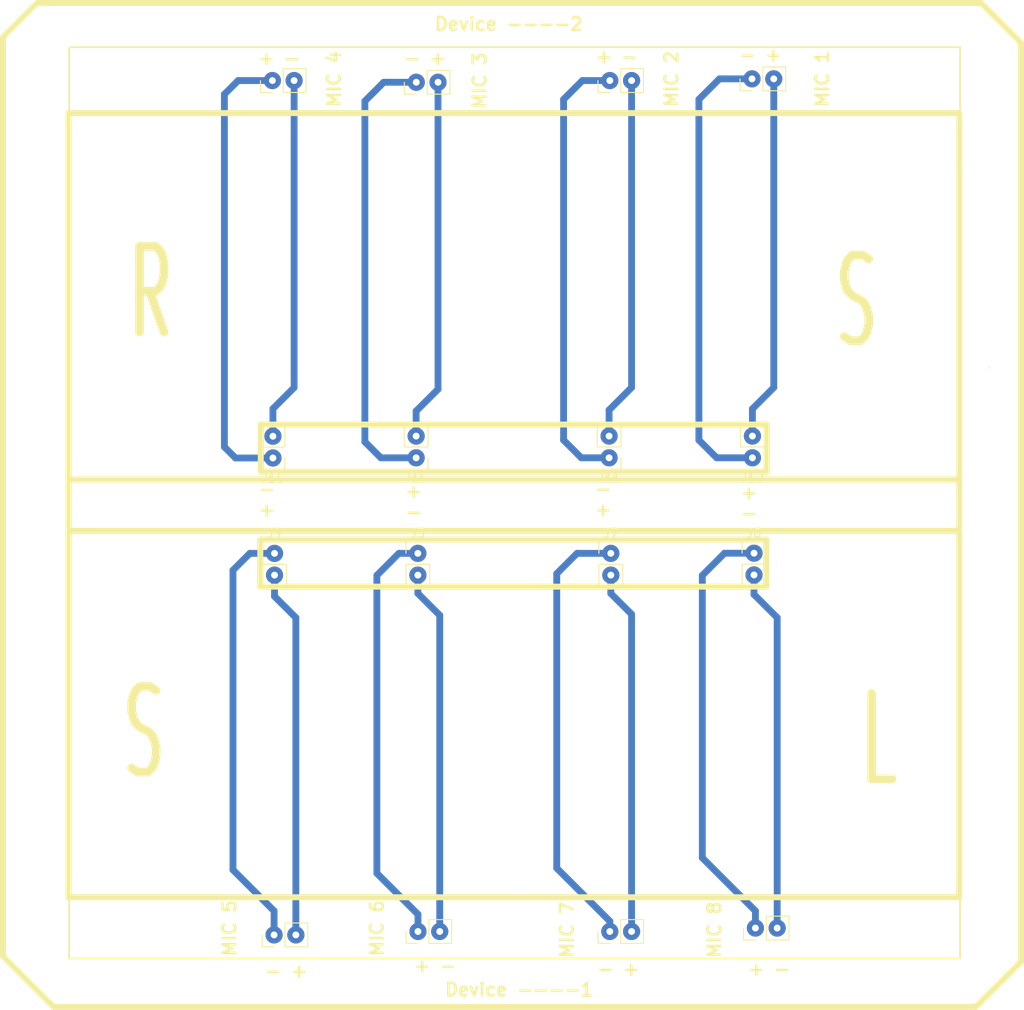
<source format=kicad_pcb>
(kicad_pcb (version 4) (host pcbnew 4.0.6)

  (general
    (links 16)
    (no_connects 0)
    (area 97.998799 35.189679 217.570801 153.156401)
    (thickness 1.6)
    (drawings 74)
    (tracks 64)
    (zones 0)
    (modules 16)
    (nets 17)
  )

  (page A4)
  (layers
    (0 F.Cu signal)
    (31 B.Cu signal)
    (32 B.Adhes user)
    (33 F.Adhes user)
    (34 B.Paste user)
    (35 F.Paste user)
    (36 B.SilkS user)
    (37 F.SilkS user)
    (38 B.Mask user)
    (39 F.Mask user)
    (40 Dwgs.User user)
    (41 Cmts.User user)
    (42 Eco1.User user)
    (43 Eco2.User user)
    (44 Edge.Cuts user)
    (45 Margin user)
    (46 B.CrtYd user)
    (47 F.CrtYd user)
    (48 B.Fab user)
    (49 F.Fab user)
  )

  (setup
    (last_trace_width 0.8)
    (user_trace_width 0.8)
    (user_trace_width 0.9)
    (trace_clearance 0.2)
    (zone_clearance 0.508)
    (zone_45_only no)
    (trace_min 0.2)
    (segment_width 0.7)
    (edge_width 0.15)
    (via_size 0.6)
    (via_drill 0.4)
    (via_min_size 0.4)
    (via_min_drill 0.3)
    (uvia_size 0.3)
    (uvia_drill 0.1)
    (uvias_allowed no)
    (uvia_min_size 0.2)
    (uvia_min_drill 0.1)
    (pcb_text_width 0.3)
    (pcb_text_size 1.5 1.5)
    (mod_edge_width 0.15)
    (mod_text_size 1 1)
    (mod_text_width 0.15)
    (pad_size 2 2)
    (pad_drill 0.8)
    (pad_to_mask_clearance 0.2)
    (aux_axis_origin 0 0)
    (visible_elements 7FFFFFFF)
    (pcbplotparams
      (layerselection 0x00030_80000001)
      (usegerberextensions false)
      (excludeedgelayer true)
      (linewidth 0.100000)
      (plotframeref false)
      (viasonmask false)
      (mode 1)
      (useauxorigin false)
      (hpglpennumber 1)
      (hpglpenspeed 20)
      (hpglpendiameter 15)
      (hpglpenoverlay 2)
      (psnegative false)
      (psa4output false)
      (plotreference true)
      (plotvalue true)
      (plotinvisibletext false)
      (padsonsilk false)
      (subtractmaskfromsilk false)
      (outputformat 1)
      (mirror false)
      (drillshape 1)
      (scaleselection 1)
      (outputdirectory ""))
  )

  (net 0 "")
  (net 1 "Net-(J2-Pad1)")
  (net 2 "Net-(J2-Pad2)")
  (net 3 "Net-(J5-Pad1)")
  (net 4 "Net-(J5-Pad2)")
  (net 5 "Net-(J6-Pad1)")
  (net 6 "Net-(J6-Pad2)")
  (net 7 "Net-(J1-Pad1)")
  (net 8 "Net-(J1-Pad2)")
  (net 9 "Net-(J11-Pad1)")
  (net 10 "Net-(J11-Pad2)")
  (net 11 "Net-(J10-Pad1)")
  (net 12 "Net-(J10-Pad2)")
  (net 13 "Net-(J13-Pad1)")
  (net 14 "Net-(J13-Pad2)")
  (net 15 "Net-(J14-Pad1)")
  (net 16 "Net-(J14-Pad2)")

  (net_class Default "This is the default net class."
    (clearance 0.2)
    (trace_width 0.25)
    (via_dia 0.6)
    (via_drill 0.4)
    (uvia_dia 0.3)
    (uvia_drill 0.1)
    (add_net "Net-(J1-Pad1)")
    (add_net "Net-(J1-Pad2)")
    (add_net "Net-(J10-Pad1)")
    (add_net "Net-(J10-Pad2)")
    (add_net "Net-(J11-Pad1)")
    (add_net "Net-(J11-Pad2)")
    (add_net "Net-(J13-Pad1)")
    (add_net "Net-(J13-Pad2)")
    (add_net "Net-(J14-Pad1)")
    (add_net "Net-(J14-Pad2)")
    (add_net "Net-(J2-Pad1)")
    (add_net "Net-(J2-Pad2)")
    (add_net "Net-(J5-Pad1)")
    (add_net "Net-(J5-Pad2)")
    (add_net "Net-(J6-Pad1)")
    (add_net "Net-(J6-Pad2)")
  )

  (module Pin_Headers:Pin_Header_Straight_1x02_Pitch2.54mm (layer F.Cu) (tedit 5D169516) (tstamp 5D1691E1)
    (at 129.8639 88.6885 180)
    (descr "Through hole straight pin header, 1x02, 2.54mm pitch, single row")
    (tags "Through hole pin header THT 1x02 2.54mm single row")
    (path /5CE4C3D5)
    (fp_text reference J16 (at 0 -2.39 180) (layer F.SilkS)
      (effects (font (size 1 1) (thickness 0.15)))
    )
    (fp_text value Mic3_chip (at 0 4.93 180) (layer F.Fab)
      (effects (font (size 1 1) (thickness 0.15)))
    )
    (fp_line (start -1.27 -1.27) (end -1.27 3.81) (layer F.Fab) (width 0.1))
    (fp_line (start -1.27 3.81) (end 1.27 3.81) (layer F.Fab) (width 0.1))
    (fp_line (start 1.27 3.81) (end 1.27 -1.27) (layer F.Fab) (width 0.1))
    (fp_line (start 1.27 -1.27) (end -1.27 -1.27) (layer F.Fab) (width 0.1))
    (fp_line (start -1.39 1.27) (end -1.39 3.93) (layer F.SilkS) (width 0.12))
    (fp_line (start -1.39 3.93) (end 1.39 3.93) (layer F.SilkS) (width 0.12))
    (fp_line (start 1.39 3.93) (end 1.39 1.27) (layer F.SilkS) (width 0.12))
    (fp_line (start 1.39 1.27) (end -1.39 1.27) (layer F.SilkS) (width 0.12))
    (fp_line (start -1.39 0) (end -1.39 -1.39) (layer F.SilkS) (width 0.12))
    (fp_line (start -1.39 -1.39) (end 0 -1.39) (layer F.SilkS) (width 0.12))
    (fp_line (start -1.6 -1.6) (end -1.6 4.1) (layer F.CrtYd) (width 0.05))
    (fp_line (start -1.6 4.1) (end 1.6 4.1) (layer F.CrtYd) (width 0.05))
    (fp_line (start 1.6 4.1) (end 1.6 -1.6) (layer F.CrtYd) (width 0.05))
    (fp_line (start 1.6 -1.6) (end -1.6 -1.6) (layer F.CrtYd) (width 0.05))
    (pad 1 thru_hole circle (at 0 0 180) (size 2 2) (drill 0.8) (layers *.Cu *.Mask)
      (net 15 "Net-(J14-Pad1)"))
    (pad 2 thru_hole circle (at 0 2.54 180) (size 2 2) (drill 0.8) (layers *.Cu *.Mask)
      (net 16 "Net-(J14-Pad2)"))
    (model Pin_Headers.3dshapes/Pin_Header_Straight_1x02_Pitch2.54mm.wrl
      (at (xyz 0 -0.05 0))
      (scale (xyz 1 1 1))
      (rotate (xyz 0 0 90))
    )
  )

  (module Pin_Headers:Pin_Header_Straight_1x02_Pitch2.54mm (layer F.Cu) (tedit 5D169482) (tstamp 5D1691CE)
    (at 146.58472 88.67072 180)
    (descr "Through hole straight pin header, 1x02, 2.54mm pitch, single row")
    (tags "Through hole pin header THT 1x02 2.54mm single row")
    (path /5CE4C1E5)
    (fp_text reference J15 (at 0 -2.39 180) (layer F.SilkS)
      (effects (font (size 1 1) (thickness 0.15)))
    )
    (fp_text value Mic4_chip (at 0 4.93 180) (layer F.Fab)
      (effects (font (size 1 1) (thickness 0.15)))
    )
    (fp_line (start -1.27 -1.27) (end -1.27 3.81) (layer F.Fab) (width 0.1))
    (fp_line (start -1.27 3.81) (end 1.27 3.81) (layer F.Fab) (width 0.1))
    (fp_line (start 1.27 3.81) (end 1.27 -1.27) (layer F.Fab) (width 0.1))
    (fp_line (start 1.27 -1.27) (end -1.27 -1.27) (layer F.Fab) (width 0.1))
    (fp_line (start -1.39 1.27) (end -1.39 3.93) (layer F.SilkS) (width 0.12))
    (fp_line (start -1.39 3.93) (end 1.39 3.93) (layer F.SilkS) (width 0.12))
    (fp_line (start 1.39 3.93) (end 1.39 1.27) (layer F.SilkS) (width 0.12))
    (fp_line (start 1.39 1.27) (end -1.39 1.27) (layer F.SilkS) (width 0.12))
    (fp_line (start -1.39 0) (end -1.39 -1.39) (layer F.SilkS) (width 0.12))
    (fp_line (start -1.39 -1.39) (end 0 -1.39) (layer F.SilkS) (width 0.12))
    (fp_line (start -1.6 -1.6) (end -1.6 4.1) (layer F.CrtYd) (width 0.05))
    (fp_line (start -1.6 4.1) (end 1.6 4.1) (layer F.CrtYd) (width 0.05))
    (fp_line (start 1.6 4.1) (end 1.6 -1.6) (layer F.CrtYd) (width 0.05))
    (fp_line (start 1.6 -1.6) (end -1.6 -1.6) (layer F.CrtYd) (width 0.05))
    (pad 1 thru_hole circle (at 0 0 180) (size 2 2) (drill 0.8) (layers *.Cu *.Mask)
      (net 13 "Net-(J13-Pad1)"))
    (pad 2 thru_hole circle (at 0 2.54 180) (size 2 2) (drill 0.8) (layers *.Cu *.Mask)
      (net 14 "Net-(J13-Pad2)"))
    (model Pin_Headers.3dshapes/Pin_Header_Straight_1x02_Pitch2.54mm.wrl
      (at (xyz 0 -0.05 0))
      (scale (xyz 1 1 1))
      (rotate (xyz 0 0 90))
    )
  )

  (module Pin_Headers:Pin_Header_Straight_1x02_Pitch2.54mm (layer F.Cu) (tedit 5D16922A) (tstamp 5D1691BB)
    (at 185.84804 88.66818 180)
    (descr "Through hole straight pin header, 1x02, 2.54mm pitch, single row")
    (tags "Through hole pin header THT 1x02 2.54mm single row")
    (path /5D16948D)
    (fp_text reference J12 (at 0 -2.39 180) (layer F.SilkS)
      (effects (font (size 1 1) (thickness 0.15)))
    )
    (fp_text value Mic1_chip (at 0 4.93 180) (layer F.Fab)
      (effects (font (size 1 1) (thickness 0.15)))
    )
    (fp_line (start -1.27 -1.27) (end -1.27 3.81) (layer F.Fab) (width 0.1))
    (fp_line (start -1.27 3.81) (end 1.27 3.81) (layer F.Fab) (width 0.1))
    (fp_line (start 1.27 3.81) (end 1.27 -1.27) (layer F.Fab) (width 0.1))
    (fp_line (start 1.27 -1.27) (end -1.27 -1.27) (layer F.Fab) (width 0.1))
    (fp_line (start -1.39 1.27) (end -1.39 3.93) (layer F.SilkS) (width 0.12))
    (fp_line (start -1.39 3.93) (end 1.39 3.93) (layer F.SilkS) (width 0.12))
    (fp_line (start 1.39 3.93) (end 1.39 1.27) (layer F.SilkS) (width 0.12))
    (fp_line (start 1.39 1.27) (end -1.39 1.27) (layer F.SilkS) (width 0.12))
    (fp_line (start -1.39 0) (end -1.39 -1.39) (layer F.SilkS) (width 0.12))
    (fp_line (start -1.39 -1.39) (end 0 -1.39) (layer F.SilkS) (width 0.12))
    (fp_line (start -1.6 -1.6) (end -1.6 4.1) (layer F.CrtYd) (width 0.05))
    (fp_line (start -1.6 4.1) (end 1.6 4.1) (layer F.CrtYd) (width 0.05))
    (fp_line (start 1.6 4.1) (end 1.6 -1.6) (layer F.CrtYd) (width 0.05))
    (fp_line (start 1.6 -1.6) (end -1.6 -1.6) (layer F.CrtYd) (width 0.05))
    (pad 1 thru_hole circle (at 0 0 180) (size 2 2) (drill 0.8) (layers *.Cu *.Mask)
      (net 11 "Net-(J10-Pad1)"))
    (pad 2 thru_hole circle (at 0 2.54 180) (size 2 2) (drill 0.8) (layers *.Cu *.Mask)
      (net 12 "Net-(J10-Pad2)"))
    (model Pin_Headers.3dshapes/Pin_Header_Straight_1x02_Pitch2.54mm.wrl
      (at (xyz 0 -0.05 0))
      (scale (xyz 1 1 1))
      (rotate (xyz 0 0 90))
    )
  )

  (module Pin_Headers:Pin_Header_Straight_1x02_Pitch2.54mm (layer F.Cu) (tedit 5D169341) (tstamp 5D1691A8)
    (at 169.11452 88.66818 180)
    (descr "Through hole straight pin header, 1x02, 2.54mm pitch, single row")
    (tags "Through hole pin header THT 1x02 2.54mm single row")
    (path /5CE4BFBF)
    (fp_text reference J11 (at 0 -2.39 180) (layer F.SilkS)
      (effects (font (size 1 1) (thickness 0.15)))
    )
    (fp_text value Mic2_chip (at 0 4.93 180) (layer F.Fab)
      (effects (font (size 1 1) (thickness 0.15)))
    )
    (fp_line (start -1.27 -1.27) (end -1.27 3.81) (layer F.Fab) (width 0.1))
    (fp_line (start -1.27 3.81) (end 1.27 3.81) (layer F.Fab) (width 0.1))
    (fp_line (start 1.27 3.81) (end 1.27 -1.27) (layer F.Fab) (width 0.1))
    (fp_line (start 1.27 -1.27) (end -1.27 -1.27) (layer F.Fab) (width 0.1))
    (fp_line (start -1.39 1.27) (end -1.39 3.93) (layer F.SilkS) (width 0.12))
    (fp_line (start -1.39 3.93) (end 1.39 3.93) (layer F.SilkS) (width 0.12))
    (fp_line (start 1.39 3.93) (end 1.39 1.27) (layer F.SilkS) (width 0.12))
    (fp_line (start 1.39 1.27) (end -1.39 1.27) (layer F.SilkS) (width 0.12))
    (fp_line (start -1.39 0) (end -1.39 -1.39) (layer F.SilkS) (width 0.12))
    (fp_line (start -1.39 -1.39) (end 0 -1.39) (layer F.SilkS) (width 0.12))
    (fp_line (start -1.6 -1.6) (end -1.6 4.1) (layer F.CrtYd) (width 0.05))
    (fp_line (start -1.6 4.1) (end 1.6 4.1) (layer F.CrtYd) (width 0.05))
    (fp_line (start 1.6 4.1) (end 1.6 -1.6) (layer F.CrtYd) (width 0.05))
    (fp_line (start 1.6 -1.6) (end -1.6 -1.6) (layer F.CrtYd) (width 0.05))
    (pad 1 thru_hole circle (at 0 0 180) (size 2 2) (drill 0.8) (layers *.Cu *.Mask)
      (net 9 "Net-(J11-Pad1)"))
    (pad 2 thru_hole circle (at 0 2.54 180) (size 2 2) (drill 0.8) (layers *.Cu *.Mask)
      (net 10 "Net-(J11-Pad2)"))
    (model Pin_Headers.3dshapes/Pin_Header_Straight_1x02_Pitch2.54mm.wrl
      (at (xyz 0 -0.05 0))
      (scale (xyz 1 1 1))
      (rotate (xyz 0 0 90))
    )
  )

  (module Pin_Headers:Pin_Header_Straight_1x02_Pitch2.54mm (layer F.Cu) (tedit 5D16A0B5) (tstamp 5D169195)
    (at 129.8 44.6 90)
    (descr "Through hole straight pin header, 1x02, 2.54mm pitch, single row")
    (tags "Through hole pin header THT 1x02 2.54mm single row")
    (path /5CE4C3CF)
    (fp_text reference J14 (at 0 -2.39 90) (layer F.SilkS) hide
      (effects (font (size 1 1) (thickness 0.15)))
    )
    (fp_text value Mic3 (at 0 4.93 90) (layer F.Fab) hide
      (effects (font (size 1 1) (thickness 0.15)))
    )
    (fp_line (start -1.27 -1.27) (end -1.27 3.81) (layer F.Fab) (width 0.1))
    (fp_line (start -1.27 3.81) (end 1.27 3.81) (layer F.Fab) (width 0.1))
    (fp_line (start 1.27 3.81) (end 1.27 -1.27) (layer F.Fab) (width 0.1))
    (fp_line (start 1.27 -1.27) (end -1.27 -1.27) (layer F.Fab) (width 0.1))
    (fp_line (start -1.39 1.27) (end -1.39 3.93) (layer F.SilkS) (width 0.12))
    (fp_line (start -1.39 3.93) (end 1.39 3.93) (layer F.SilkS) (width 0.12))
    (fp_line (start 1.39 3.93) (end 1.39 1.27) (layer F.SilkS) (width 0.12))
    (fp_line (start 1.39 1.27) (end -1.39 1.27) (layer F.SilkS) (width 0.12))
    (fp_line (start -1.39 0) (end -1.39 -1.39) (layer F.SilkS) (width 0.12))
    (fp_line (start -1.39 -1.39) (end 0 -1.39) (layer F.SilkS) (width 0.12))
    (fp_line (start -1.6 -1.6) (end -1.6 4.1) (layer F.CrtYd) (width 0.05))
    (fp_line (start -1.6 4.1) (end 1.6 4.1) (layer F.CrtYd) (width 0.05))
    (fp_line (start 1.6 4.1) (end 1.6 -1.6) (layer F.CrtYd) (width 0.05))
    (fp_line (start 1.6 -1.6) (end -1.6 -1.6) (layer F.CrtYd) (width 0.05))
    (pad 1 thru_hole circle (at 0 0 90) (size 2 2) (drill 0.8) (layers *.Cu *.Mask)
      (net 15 "Net-(J14-Pad1)"))
    (pad 2 thru_hole circle (at 0 2.54 90) (size 2 2) (drill 0.8) (layers *.Cu *.Mask)
      (net 16 "Net-(J14-Pad2)"))
    (model Pin_Headers.3dshapes/Pin_Header_Straight_1x02_Pitch2.54mm.wrl
      (at (xyz 0 -0.05 0))
      (scale (xyz 1 1 1))
      (rotate (xyz 0 0 90))
    )
  )

  (module Pin_Headers:Pin_Header_Straight_1x02_Pitch2.54mm (layer F.Cu) (tedit 5D16A0BE) (tstamp 5D169182)
    (at 146.6 44.8 90)
    (descr "Through hole straight pin header, 1x02, 2.54mm pitch, single row")
    (tags "Through hole pin header THT 1x02 2.54mm single row")
    (path /5CE4C1DF)
    (fp_text reference J13 (at 0 -2.39 90) (layer F.SilkS) hide
      (effects (font (size 1 1) (thickness 0.15)))
    )
    (fp_text value Mic4 (at 0 4.93 90) (layer F.Fab) hide
      (effects (font (size 1 1) (thickness 0.15)))
    )
    (fp_line (start -1.27 -1.27) (end -1.27 3.81) (layer F.Fab) (width 0.1))
    (fp_line (start -1.27 3.81) (end 1.27 3.81) (layer F.Fab) (width 0.1))
    (fp_line (start 1.27 3.81) (end 1.27 -1.27) (layer F.Fab) (width 0.1))
    (fp_line (start 1.27 -1.27) (end -1.27 -1.27) (layer F.Fab) (width 0.1))
    (fp_line (start -1.39 1.27) (end -1.39 3.93) (layer F.SilkS) (width 0.12))
    (fp_line (start -1.39 3.93) (end 1.39 3.93) (layer F.SilkS) (width 0.12))
    (fp_line (start 1.39 3.93) (end 1.39 1.27) (layer F.SilkS) (width 0.12))
    (fp_line (start 1.39 1.27) (end -1.39 1.27) (layer F.SilkS) (width 0.12))
    (fp_line (start -1.39 0) (end -1.39 -1.39) (layer F.SilkS) (width 0.12))
    (fp_line (start -1.39 -1.39) (end 0 -1.39) (layer F.SilkS) (width 0.12))
    (fp_line (start -1.6 -1.6) (end -1.6 4.1) (layer F.CrtYd) (width 0.05))
    (fp_line (start -1.6 4.1) (end 1.6 4.1) (layer F.CrtYd) (width 0.05))
    (fp_line (start 1.6 4.1) (end 1.6 -1.6) (layer F.CrtYd) (width 0.05))
    (fp_line (start 1.6 -1.6) (end -1.6 -1.6) (layer F.CrtYd) (width 0.05))
    (pad 1 thru_hole circle (at 0 0 90) (size 2 2) (drill 0.8) (layers *.Cu *.Mask)
      (net 13 "Net-(J13-Pad1)"))
    (pad 2 thru_hole circle (at 0 2.54 90) (size 2 2) (drill 0.8) (layers *.Cu *.Mask)
      (net 14 "Net-(J13-Pad2)"))
    (model Pin_Headers.3dshapes/Pin_Header_Straight_1x02_Pitch2.54mm.wrl
      (at (xyz 0 -0.05 0))
      (scale (xyz 1 1 1))
      (rotate (xyz 0 0 90))
    )
  )

  (module Pin_Headers:Pin_Header_Straight_1x02_Pitch2.54mm (layer F.Cu) (tedit 5D16A102) (tstamp 5D16916F)
    (at 185.8 44.4 90)
    (descr "Through hole straight pin header, 1x02, 2.54mm pitch, single row")
    (tags "Through hole pin header THT 1x02 2.54mm single row")
    (path /5D169487)
    (fp_text reference J10 (at 0 -2.39 90) (layer F.SilkS) hide
      (effects (font (size 1 1) (thickness 0.15)))
    )
    (fp_text value Mic1 (at 0 4.93 90) (layer F.Fab) hide
      (effects (font (size 1 1) (thickness 0.15)))
    )
    (fp_line (start -1.27 -1.27) (end -1.27 3.81) (layer F.Fab) (width 0.1))
    (fp_line (start -1.27 3.81) (end 1.27 3.81) (layer F.Fab) (width 0.1))
    (fp_line (start 1.27 3.81) (end 1.27 -1.27) (layer F.Fab) (width 0.1))
    (fp_line (start 1.27 -1.27) (end -1.27 -1.27) (layer F.Fab) (width 0.1))
    (fp_line (start -1.39 1.27) (end -1.39 3.93) (layer F.SilkS) (width 0.12))
    (fp_line (start -1.39 3.93) (end 1.39 3.93) (layer F.SilkS) (width 0.12))
    (fp_line (start 1.39 3.93) (end 1.39 1.27) (layer F.SilkS) (width 0.12))
    (fp_line (start 1.39 1.27) (end -1.39 1.27) (layer F.SilkS) (width 0.12))
    (fp_line (start -1.39 0) (end -1.39 -1.39) (layer F.SilkS) (width 0.12))
    (fp_line (start -1.39 -1.39) (end 0 -1.39) (layer F.SilkS) (width 0.12))
    (fp_line (start -1.6 -1.6) (end -1.6 4.1) (layer F.CrtYd) (width 0.05))
    (fp_line (start -1.6 4.1) (end 1.6 4.1) (layer F.CrtYd) (width 0.05))
    (fp_line (start 1.6 4.1) (end 1.6 -1.6) (layer F.CrtYd) (width 0.05))
    (fp_line (start 1.6 -1.6) (end -1.6 -1.6) (layer F.CrtYd) (width 0.05))
    (pad 1 thru_hole circle (at 0 0 90) (size 2 2) (drill 0.8) (layers *.Cu *.Mask)
      (net 11 "Net-(J10-Pad1)"))
    (pad 2 thru_hole circle (at 0 2.54 90) (size 2 2) (drill 0.8) (layers *.Cu *.Mask)
      (net 12 "Net-(J10-Pad2)"))
    (model Pin_Headers.3dshapes/Pin_Header_Straight_1x02_Pitch2.54mm.wrl
      (at (xyz 0 -0.05 0))
      (scale (xyz 1 1 1))
      (rotate (xyz 0 0 90))
    )
  )

  (module Pin_Headers:Pin_Header_Straight_1x02_Pitch2.54mm (layer F.Cu) (tedit 5D16A10C) (tstamp 5D16915C)
    (at 169.2 44.6 90)
    (descr "Through hole straight pin header, 1x02, 2.54mm pitch, single row")
    (tags "Through hole pin header THT 1x02 2.54mm single row")
    (path /5D169499)
    (fp_text reference J9 (at 0 -2.39 90) (layer F.SilkS) hide
      (effects (font (size 1 1) (thickness 0.15)))
    )
    (fp_text value Mic2 (at 0 4.93 90) (layer F.Fab) hide
      (effects (font (size 1 1) (thickness 0.15)))
    )
    (fp_line (start -1.27 -1.27) (end -1.27 3.81) (layer F.Fab) (width 0.1))
    (fp_line (start -1.27 3.81) (end 1.27 3.81) (layer F.Fab) (width 0.1))
    (fp_line (start 1.27 3.81) (end 1.27 -1.27) (layer F.Fab) (width 0.1))
    (fp_line (start 1.27 -1.27) (end -1.27 -1.27) (layer F.Fab) (width 0.1))
    (fp_line (start -1.39 1.27) (end -1.39 3.93) (layer F.SilkS) (width 0.12))
    (fp_line (start -1.39 3.93) (end 1.39 3.93) (layer F.SilkS) (width 0.12))
    (fp_line (start 1.39 3.93) (end 1.39 1.27) (layer F.SilkS) (width 0.12))
    (fp_line (start 1.39 1.27) (end -1.39 1.27) (layer F.SilkS) (width 0.12))
    (fp_line (start -1.39 0) (end -1.39 -1.39) (layer F.SilkS) (width 0.12))
    (fp_line (start -1.39 -1.39) (end 0 -1.39) (layer F.SilkS) (width 0.12))
    (fp_line (start -1.6 -1.6) (end -1.6 4.1) (layer F.CrtYd) (width 0.05))
    (fp_line (start -1.6 4.1) (end 1.6 4.1) (layer F.CrtYd) (width 0.05))
    (fp_line (start 1.6 4.1) (end 1.6 -1.6) (layer F.CrtYd) (width 0.05))
    (fp_line (start 1.6 -1.6) (end -1.6 -1.6) (layer F.CrtYd) (width 0.05))
    (pad 1 thru_hole circle (at 0 0 90) (size 2 2) (drill 0.8) (layers *.Cu *.Mask)
      (net 9 "Net-(J11-Pad1)"))
    (pad 2 thru_hole circle (at 0 2.54 90) (size 2 2) (drill 0.8) (layers *.Cu *.Mask)
      (net 10 "Net-(J11-Pad2)"))
    (model Pin_Headers.3dshapes/Pin_Header_Straight_1x02_Pitch2.54mm.wrl
      (at (xyz 0 -0.05 0))
      (scale (xyz 1 1 1))
      (rotate (xyz 0 0 90))
    )
  )

  (module Pin_Headers:Pin_Header_Straight_1x02_Pitch2.54mm (layer F.Cu) (tedit 5D16A1E5) (tstamp 5CE4B763)
    (at 146.8 144 90)
    (descr "Through hole straight pin header, 1x02, 2.54mm pitch, single row")
    (tags "Through hole pin header THT 1x02 2.54mm single row")
    (path /5CE4BFB9)
    (fp_text reference J1 (at 0 -2.39 90) (layer F.SilkS) hide
      (effects (font (size 1 1) (thickness 0.15)))
    )
    (fp_text value Mic2 (at 0 4.93 90) (layer F.Fab) hide
      (effects (font (size 1 1) (thickness 0.15)))
    )
    (fp_line (start -1.27 -1.27) (end -1.27 3.81) (layer F.Fab) (width 0.1))
    (fp_line (start -1.27 3.81) (end 1.27 3.81) (layer F.Fab) (width 0.1))
    (fp_line (start 1.27 3.81) (end 1.27 -1.27) (layer F.Fab) (width 0.1))
    (fp_line (start 1.27 -1.27) (end -1.27 -1.27) (layer F.Fab) (width 0.1))
    (fp_line (start -1.39 1.27) (end -1.39 3.93) (layer F.SilkS) (width 0.12))
    (fp_line (start -1.39 3.93) (end 1.39 3.93) (layer F.SilkS) (width 0.12))
    (fp_line (start 1.39 3.93) (end 1.39 1.27) (layer F.SilkS) (width 0.12))
    (fp_line (start 1.39 1.27) (end -1.39 1.27) (layer F.SilkS) (width 0.12))
    (fp_line (start -1.39 0) (end -1.39 -1.39) (layer F.SilkS) (width 0.12))
    (fp_line (start -1.39 -1.39) (end 0 -1.39) (layer F.SilkS) (width 0.12))
    (fp_line (start -1.6 -1.6) (end -1.6 4.1) (layer F.CrtYd) (width 0.05))
    (fp_line (start -1.6 4.1) (end 1.6 4.1) (layer F.CrtYd) (width 0.05))
    (fp_line (start 1.6 4.1) (end 1.6 -1.6) (layer F.CrtYd) (width 0.05))
    (fp_line (start 1.6 -1.6) (end -1.6 -1.6) (layer F.CrtYd) (width 0.05))
    (pad 1 thru_hole circle (at 0 0 90) (size 2 2) (drill 0.8) (layers *.Cu *.Mask)
      (net 7 "Net-(J1-Pad1)"))
    (pad 2 thru_hole circle (at 0 2.54 90) (size 2 2) (drill 0.8) (layers *.Cu *.Mask)
      (net 8 "Net-(J1-Pad2)"))
    (model Pin_Headers.3dshapes/Pin_Header_Straight_1x02_Pitch2.54mm.wrl
      (at (xyz 0 -0.05 0))
      (scale (xyz 1 1 1))
      (rotate (xyz 0 0 90))
    )
  )

  (module Pin_Headers:Pin_Header_Straight_1x02_Pitch2.54mm (layer F.Cu) (tedit 5D16A1DC) (tstamp 5CE4B769)
    (at 130 144.4 90)
    (descr "Through hole straight pin header, 1x02, 2.54mm pitch, single row")
    (tags "Through hole pin header THT 1x02 2.54mm single row")
    (path /5CE4B470)
    (fp_text reference J2 (at 0 -2.39 90) (layer F.SilkS) hide
      (effects (font (size 1 1) (thickness 0.15)))
    )
    (fp_text value Mic1 (at 0 4.93 90) (layer F.Fab) hide
      (effects (font (size 1 1) (thickness 0.15)))
    )
    (fp_line (start -1.27 -1.27) (end -1.27 3.81) (layer F.Fab) (width 0.1))
    (fp_line (start -1.27 3.81) (end 1.27 3.81) (layer F.Fab) (width 0.1))
    (fp_line (start 1.27 3.81) (end 1.27 -1.27) (layer F.Fab) (width 0.1))
    (fp_line (start 1.27 -1.27) (end -1.27 -1.27) (layer F.Fab) (width 0.1))
    (fp_line (start -1.39 1.27) (end -1.39 3.93) (layer F.SilkS) (width 0.12))
    (fp_line (start -1.39 3.93) (end 1.39 3.93) (layer F.SilkS) (width 0.12))
    (fp_line (start 1.39 3.93) (end 1.39 1.27) (layer F.SilkS) (width 0.12))
    (fp_line (start 1.39 1.27) (end -1.39 1.27) (layer F.SilkS) (width 0.12))
    (fp_line (start -1.39 0) (end -1.39 -1.39) (layer F.SilkS) (width 0.12))
    (fp_line (start -1.39 -1.39) (end 0 -1.39) (layer F.SilkS) (width 0.12))
    (fp_line (start -1.6 -1.6) (end -1.6 4.1) (layer F.CrtYd) (width 0.05))
    (fp_line (start -1.6 4.1) (end 1.6 4.1) (layer F.CrtYd) (width 0.05))
    (fp_line (start 1.6 4.1) (end 1.6 -1.6) (layer F.CrtYd) (width 0.05))
    (fp_line (start 1.6 -1.6) (end -1.6 -1.6) (layer F.CrtYd) (width 0.05))
    (pad 1 thru_hole circle (at 0 0 90) (size 2 2) (drill 0.8) (layers *.Cu *.Mask)
      (net 1 "Net-(J2-Pad1)"))
    (pad 2 thru_hole circle (at 0 2.54 90) (size 2 2) (drill 0.8) (layers *.Cu *.Mask)
      (net 2 "Net-(J2-Pad2)"))
    (model Pin_Headers.3dshapes/Pin_Header_Straight_1x02_Pitch2.54mm.wrl
      (at (xyz 0 -0.05 0))
      (scale (xyz 1 1 1))
      (rotate (xyz 0 0 90))
    )
  )

  (module Pin_Headers:Pin_Header_Straight_1x02_Pitch2.54mm (layer F.Cu) (tedit 5D16A1F0) (tstamp 5CE4B77B)
    (at 169.2 144 90)
    (descr "Through hole straight pin header, 1x02, 2.54mm pitch, single row")
    (tags "Through hole pin header THT 1x02 2.54mm single row")
    (path /5CE4C1DF)
    (fp_text reference J5 (at 0 -2.39 90) (layer F.SilkS) hide
      (effects (font (size 1 1) (thickness 0.15)))
    )
    (fp_text value Mic4 (at 0 4.93 90) (layer F.Fab) hide
      (effects (font (size 1 1) (thickness 0.15)))
    )
    (fp_line (start -1.27 -1.27) (end -1.27 3.81) (layer F.Fab) (width 0.1))
    (fp_line (start -1.27 3.81) (end 1.27 3.81) (layer F.Fab) (width 0.1))
    (fp_line (start 1.27 3.81) (end 1.27 -1.27) (layer F.Fab) (width 0.1))
    (fp_line (start 1.27 -1.27) (end -1.27 -1.27) (layer F.Fab) (width 0.1))
    (fp_line (start -1.39 1.27) (end -1.39 3.93) (layer F.SilkS) (width 0.12))
    (fp_line (start -1.39 3.93) (end 1.39 3.93) (layer F.SilkS) (width 0.12))
    (fp_line (start 1.39 3.93) (end 1.39 1.27) (layer F.SilkS) (width 0.12))
    (fp_line (start 1.39 1.27) (end -1.39 1.27) (layer F.SilkS) (width 0.12))
    (fp_line (start -1.39 0) (end -1.39 -1.39) (layer F.SilkS) (width 0.12))
    (fp_line (start -1.39 -1.39) (end 0 -1.39) (layer F.SilkS) (width 0.12))
    (fp_line (start -1.6 -1.6) (end -1.6 4.1) (layer F.CrtYd) (width 0.05))
    (fp_line (start -1.6 4.1) (end 1.6 4.1) (layer F.CrtYd) (width 0.05))
    (fp_line (start 1.6 4.1) (end 1.6 -1.6) (layer F.CrtYd) (width 0.05))
    (fp_line (start 1.6 -1.6) (end -1.6 -1.6) (layer F.CrtYd) (width 0.05))
    (pad 1 thru_hole circle (at 0 0 90) (size 2 2) (drill 0.8) (layers *.Cu *.Mask)
      (net 3 "Net-(J5-Pad1)"))
    (pad 2 thru_hole circle (at 0 2.54 90) (size 2 2) (drill 0.8) (layers *.Cu *.Mask)
      (net 4 "Net-(J5-Pad2)"))
    (model Pin_Headers.3dshapes/Pin_Header_Straight_1x02_Pitch2.54mm.wrl
      (at (xyz 0 -0.05 0))
      (scale (xyz 1 1 1))
      (rotate (xyz 0 0 90))
    )
  )

  (module Pin_Headers:Pin_Header_Straight_1x02_Pitch2.54mm (layer F.Cu) (tedit 5D16A1F8) (tstamp 5CE4B781)
    (at 186.2 143.6 90)
    (descr "Through hole straight pin header, 1x02, 2.54mm pitch, single row")
    (tags "Through hole pin header THT 1x02 2.54mm single row")
    (path /5CE4C3CF)
    (fp_text reference J6 (at 0 -2.39 90) (layer F.SilkS) hide
      (effects (font (size 1 1) (thickness 0.15)))
    )
    (fp_text value Mic3 (at 0 4.93 90) (layer F.Fab) hide
      (effects (font (size 1 1) (thickness 0.15)))
    )
    (fp_line (start -1.27 -1.27) (end -1.27 3.81) (layer F.Fab) (width 0.1))
    (fp_line (start -1.27 3.81) (end 1.27 3.81) (layer F.Fab) (width 0.1))
    (fp_line (start 1.27 3.81) (end 1.27 -1.27) (layer F.Fab) (width 0.1))
    (fp_line (start 1.27 -1.27) (end -1.27 -1.27) (layer F.Fab) (width 0.1))
    (fp_line (start -1.39 1.27) (end -1.39 3.93) (layer F.SilkS) (width 0.12))
    (fp_line (start -1.39 3.93) (end 1.39 3.93) (layer F.SilkS) (width 0.12))
    (fp_line (start 1.39 3.93) (end 1.39 1.27) (layer F.SilkS) (width 0.12))
    (fp_line (start 1.39 1.27) (end -1.39 1.27) (layer F.SilkS) (width 0.12))
    (fp_line (start -1.39 0) (end -1.39 -1.39) (layer F.SilkS) (width 0.12))
    (fp_line (start -1.39 -1.39) (end 0 -1.39) (layer F.SilkS) (width 0.12))
    (fp_line (start -1.6 -1.6) (end -1.6 4.1) (layer F.CrtYd) (width 0.05))
    (fp_line (start -1.6 4.1) (end 1.6 4.1) (layer F.CrtYd) (width 0.05))
    (fp_line (start 1.6 4.1) (end 1.6 -1.6) (layer F.CrtYd) (width 0.05))
    (fp_line (start 1.6 -1.6) (end -1.6 -1.6) (layer F.CrtYd) (width 0.05))
    (pad 1 thru_hole circle (at 0 0 90) (size 2 2) (drill 0.8) (layers *.Cu *.Mask)
      (net 5 "Net-(J6-Pad1)"))
    (pad 2 thru_hole circle (at 0 2.54 90) (size 2 2) (drill 0.8) (layers *.Cu *.Mask)
      (net 6 "Net-(J6-Pad2)"))
    (model Pin_Headers.3dshapes/Pin_Header_Straight_1x02_Pitch2.54mm.wrl
      (at (xyz 0 -0.05 0))
      (scale (xyz 1 1 1))
      (rotate (xyz 0 0 90))
    )
  )

  (module Pin_Headers:Pin_Header_Straight_1x02_Pitch2.54mm (layer F.Cu) (tedit 5862ED52) (tstamp 5CE5FDB0)
    (at 146.78548 99.83182)
    (descr "Through hole straight pin header, 1x02, 2.54mm pitch, single row")
    (tags "Through hole pin header THT 1x02 2.54mm single row")
    (path /5CE4BFBF)
    (fp_text reference J3 (at 0 -2.39) (layer F.SilkS)
      (effects (font (size 1 1) (thickness 0.15)))
    )
    (fp_text value Mic2_chip (at 0 4.93) (layer F.Fab)
      (effects (font (size 1 1) (thickness 0.15)))
    )
    (fp_line (start -1.27 -1.27) (end -1.27 3.81) (layer F.Fab) (width 0.1))
    (fp_line (start -1.27 3.81) (end 1.27 3.81) (layer F.Fab) (width 0.1))
    (fp_line (start 1.27 3.81) (end 1.27 -1.27) (layer F.Fab) (width 0.1))
    (fp_line (start 1.27 -1.27) (end -1.27 -1.27) (layer F.Fab) (width 0.1))
    (fp_line (start -1.39 1.27) (end -1.39 3.93) (layer F.SilkS) (width 0.12))
    (fp_line (start -1.39 3.93) (end 1.39 3.93) (layer F.SilkS) (width 0.12))
    (fp_line (start 1.39 3.93) (end 1.39 1.27) (layer F.SilkS) (width 0.12))
    (fp_line (start 1.39 1.27) (end -1.39 1.27) (layer F.SilkS) (width 0.12))
    (fp_line (start -1.39 0) (end -1.39 -1.39) (layer F.SilkS) (width 0.12))
    (fp_line (start -1.39 -1.39) (end 0 -1.39) (layer F.SilkS) (width 0.12))
    (fp_line (start -1.6 -1.6) (end -1.6 4.1) (layer F.CrtYd) (width 0.05))
    (fp_line (start -1.6 4.1) (end 1.6 4.1) (layer F.CrtYd) (width 0.05))
    (fp_line (start 1.6 4.1) (end 1.6 -1.6) (layer F.CrtYd) (width 0.05))
    (fp_line (start 1.6 -1.6) (end -1.6 -1.6) (layer F.CrtYd) (width 0.05))
    (pad 1 thru_hole circle (at 0 0) (size 2 2) (drill 0.8) (layers *.Cu *.Mask)
      (net 7 "Net-(J1-Pad1)"))
    (pad 2 thru_hole circle (at 0 2.54) (size 2 2) (drill 0.8) (layers *.Cu *.Mask)
      (net 8 "Net-(J1-Pad2)"))
    (model Pin_Headers.3dshapes/Pin_Header_Straight_1x02_Pitch2.54mm.wrl
      (at (xyz 0 -0.05 0))
      (scale (xyz 1 1 1))
      (rotate (xyz 0 0 90))
    )
  )

  (module Pin_Headers:Pin_Header_Straight_1x02_Pitch2.54mm (layer F.Cu) (tedit 5862ED52) (tstamp 5CE5FDB5)
    (at 130.05196 99.83182)
    (descr "Through hole straight pin header, 1x02, 2.54mm pitch, single row")
    (tags "Through hole pin header THT 1x02 2.54mm single row")
    (path /5CE4B518)
    (fp_text reference J4 (at 0 -2.39) (layer F.SilkS)
      (effects (font (size 1 1) (thickness 0.15)))
    )
    (fp_text value Mic1_chip (at 0 4.93) (layer F.Fab)
      (effects (font (size 1 1) (thickness 0.15)))
    )
    (fp_line (start -1.27 -1.27) (end -1.27 3.81) (layer F.Fab) (width 0.1))
    (fp_line (start -1.27 3.81) (end 1.27 3.81) (layer F.Fab) (width 0.1))
    (fp_line (start 1.27 3.81) (end 1.27 -1.27) (layer F.Fab) (width 0.1))
    (fp_line (start 1.27 -1.27) (end -1.27 -1.27) (layer F.Fab) (width 0.1))
    (fp_line (start -1.39 1.27) (end -1.39 3.93) (layer F.SilkS) (width 0.12))
    (fp_line (start -1.39 3.93) (end 1.39 3.93) (layer F.SilkS) (width 0.12))
    (fp_line (start 1.39 3.93) (end 1.39 1.27) (layer F.SilkS) (width 0.12))
    (fp_line (start 1.39 1.27) (end -1.39 1.27) (layer F.SilkS) (width 0.12))
    (fp_line (start -1.39 0) (end -1.39 -1.39) (layer F.SilkS) (width 0.12))
    (fp_line (start -1.39 -1.39) (end 0 -1.39) (layer F.SilkS) (width 0.12))
    (fp_line (start -1.6 -1.6) (end -1.6 4.1) (layer F.CrtYd) (width 0.05))
    (fp_line (start -1.6 4.1) (end 1.6 4.1) (layer F.CrtYd) (width 0.05))
    (fp_line (start 1.6 4.1) (end 1.6 -1.6) (layer F.CrtYd) (width 0.05))
    (fp_line (start 1.6 -1.6) (end -1.6 -1.6) (layer F.CrtYd) (width 0.05))
    (pad 1 thru_hole circle (at 0 0) (size 2 2) (drill 0.8) (layers *.Cu *.Mask)
      (net 1 "Net-(J2-Pad1)"))
    (pad 2 thru_hole circle (at 0 2.54) (size 2 2) (drill 0.8) (layers *.Cu *.Mask)
      (net 2 "Net-(J2-Pad2)"))
    (model Pin_Headers.3dshapes/Pin_Header_Straight_1x02_Pitch2.54mm.wrl
      (at (xyz 0 -0.05 0))
      (scale (xyz 1 1 1))
      (rotate (xyz 0 0 90))
    )
  )

  (module Pin_Headers:Pin_Header_Straight_1x02_Pitch2.54mm (layer F.Cu) (tedit 5862ED52) (tstamp 5CE5FDBA)
    (at 169.31528 99.82928)
    (descr "Through hole straight pin header, 1x02, 2.54mm pitch, single row")
    (tags "Through hole pin header THT 1x02 2.54mm single row")
    (path /5CE4C1E5)
    (fp_text reference J7 (at 0 -2.39) (layer F.SilkS)
      (effects (font (size 1 1) (thickness 0.15)))
    )
    (fp_text value Mic4_chip (at 0 4.93) (layer F.Fab)
      (effects (font (size 1 1) (thickness 0.15)))
    )
    (fp_line (start -1.27 -1.27) (end -1.27 3.81) (layer F.Fab) (width 0.1))
    (fp_line (start -1.27 3.81) (end 1.27 3.81) (layer F.Fab) (width 0.1))
    (fp_line (start 1.27 3.81) (end 1.27 -1.27) (layer F.Fab) (width 0.1))
    (fp_line (start 1.27 -1.27) (end -1.27 -1.27) (layer F.Fab) (width 0.1))
    (fp_line (start -1.39 1.27) (end -1.39 3.93) (layer F.SilkS) (width 0.12))
    (fp_line (start -1.39 3.93) (end 1.39 3.93) (layer F.SilkS) (width 0.12))
    (fp_line (start 1.39 3.93) (end 1.39 1.27) (layer F.SilkS) (width 0.12))
    (fp_line (start 1.39 1.27) (end -1.39 1.27) (layer F.SilkS) (width 0.12))
    (fp_line (start -1.39 0) (end -1.39 -1.39) (layer F.SilkS) (width 0.12))
    (fp_line (start -1.39 -1.39) (end 0 -1.39) (layer F.SilkS) (width 0.12))
    (fp_line (start -1.6 -1.6) (end -1.6 4.1) (layer F.CrtYd) (width 0.05))
    (fp_line (start -1.6 4.1) (end 1.6 4.1) (layer F.CrtYd) (width 0.05))
    (fp_line (start 1.6 4.1) (end 1.6 -1.6) (layer F.CrtYd) (width 0.05))
    (fp_line (start 1.6 -1.6) (end -1.6 -1.6) (layer F.CrtYd) (width 0.05))
    (pad 1 thru_hole circle (at 0 0) (size 2 2) (drill 0.8) (layers *.Cu *.Mask)
      (net 3 "Net-(J5-Pad1)"))
    (pad 2 thru_hole circle (at 0 2.54) (size 2 2) (drill 0.8) (layers *.Cu *.Mask)
      (net 4 "Net-(J5-Pad2)"))
    (model Pin_Headers.3dshapes/Pin_Header_Straight_1x02_Pitch2.54mm.wrl
      (at (xyz 0 -0.05 0))
      (scale (xyz 1 1 1))
      (rotate (xyz 0 0 90))
    )
  )

  (module Pin_Headers:Pin_Header_Straight_1x02_Pitch2.54mm (layer F.Cu) (tedit 5862ED52) (tstamp 5CE5FDBF)
    (at 186.0361 99.8115)
    (descr "Through hole straight pin header, 1x02, 2.54mm pitch, single row")
    (tags "Through hole pin header THT 1x02 2.54mm single row")
    (path /5CE4C3D5)
    (fp_text reference J8 (at 0 -2.39) (layer F.SilkS)
      (effects (font (size 1 1) (thickness 0.15)))
    )
    (fp_text value Mic3_chip (at 0 4.93) (layer F.Fab)
      (effects (font (size 1 1) (thickness 0.15)))
    )
    (fp_line (start -1.27 -1.27) (end -1.27 3.81) (layer F.Fab) (width 0.1))
    (fp_line (start -1.27 3.81) (end 1.27 3.81) (layer F.Fab) (width 0.1))
    (fp_line (start 1.27 3.81) (end 1.27 -1.27) (layer F.Fab) (width 0.1))
    (fp_line (start 1.27 -1.27) (end -1.27 -1.27) (layer F.Fab) (width 0.1))
    (fp_line (start -1.39 1.27) (end -1.39 3.93) (layer F.SilkS) (width 0.12))
    (fp_line (start -1.39 3.93) (end 1.39 3.93) (layer F.SilkS) (width 0.12))
    (fp_line (start 1.39 3.93) (end 1.39 1.27) (layer F.SilkS) (width 0.12))
    (fp_line (start 1.39 1.27) (end -1.39 1.27) (layer F.SilkS) (width 0.12))
    (fp_line (start -1.39 0) (end -1.39 -1.39) (layer F.SilkS) (width 0.12))
    (fp_line (start -1.39 -1.39) (end 0 -1.39) (layer F.SilkS) (width 0.12))
    (fp_line (start -1.6 -1.6) (end -1.6 4.1) (layer F.CrtYd) (width 0.05))
    (fp_line (start -1.6 4.1) (end 1.6 4.1) (layer F.CrtYd) (width 0.05))
    (fp_line (start 1.6 4.1) (end 1.6 -1.6) (layer F.CrtYd) (width 0.05))
    (fp_line (start 1.6 -1.6) (end -1.6 -1.6) (layer F.CrtYd) (width 0.05))
    (pad 1 thru_hole circle (at 0 0) (size 2 2) (drill 0.8) (layers *.Cu *.Mask)
      (net 5 "Net-(J6-Pad1)"))
    (pad 2 thru_hole circle (at 0 2.54) (size 2 2) (drill 0.8) (layers *.Cu *.Mask)
      (net 6 "Net-(J6-Pad2)"))
    (model Pin_Headers.3dshapes/Pin_Header_Straight_1x02_Pitch2.54mm.wrl
      (at (xyz 0 -0.05 0))
      (scale (xyz 1 1 1))
      (rotate (xyz 0 0 90))
    )
  )

  (gr_text "MIC 8" (at 181.4 143.8 90) (layer F.SilkS)
    (effects (font (size 1.5 1.5) (thickness 0.3)))
  )
  (gr_text "MIC 7" (at 164.2 143.8 90) (layer F.SilkS)
    (effects (font (size 1.5 1.5) (thickness 0.3)))
  )
  (gr_text "MIC 6" (at 142 143.6 90) (layer F.SilkS)
    (effects (font (size 1.5 1.5) (thickness 0.3)))
  )
  (gr_text "MIC 5" (at 124.8 143.6 90) (layer F.SilkS)
    (effects (font (size 1.5 1.5) (thickness 0.3)))
  )
  (gr_text "MIC 4" (at 137 44.4 90) (layer F.SilkS)
    (effects (font (size 1.5 1.5) (thickness 0.3)))
  )
  (gr_text "MIC 3" (at 154 44.6 90) (layer F.SilkS)
    (effects (font (size 1.5 1.5) (thickness 0.3)))
  )
  (gr_text "MIC 2" (at 176.4 44.4 90) (layer F.SilkS)
    (effects (font (size 1.5 1.5) (thickness 0.3)))
  )
  (gr_text "MIC 1" (at 194 44.4 90) (layer F.SilkS)
    (effects (font (size 1.5 1.5) (thickness 0.3)))
  )
  (gr_text L (at 200.6 121.6) (layer F.SilkS)
    (effects (font (size 10 5) (thickness 1)))
  )
  (gr_text S (at 114.8 120.8) (layer F.SilkS)
    (effects (font (size 10 5) (thickness 1)))
  )
  (gr_text S (at 198 70.4) (layer F.SilkS)
    (effects (font (size 10 5) (thickness 1)))
  )
  (gr_text R (at 115.6 69.4) (layer F.SilkS)
    (effects (font (size 10 5) (thickness 1)))
  )
  (gr_text "+ -" (at 187.8 148.4) (layer F.SilkS)
    (effects (font (size 1.5 1.5) (thickness 0.3)))
  )
  (gr_text "- +" (at 170.2 148.4) (layer F.SilkS)
    (effects (font (size 1.5 1.5) (thickness 0.3)))
  )
  (gr_text "- +" (at 131.4 148.6) (layer F.SilkS)
    (effects (font (size 1.5 1.5) (thickness 0.3)))
  )
  (gr_text "+ -" (at 148.8 148) (layer F.SilkS)
    (effects (font (size 1.5 1.5) (thickness 0.3)))
  )
  (gr_text "- +" (at 186.8 41.6) (layer F.SilkS)
    (effects (font (size 1.5 1.5) (thickness 0.3)))
  )
  (gr_text "+ -" (at 170 41.8) (layer F.SilkS)
    (effects (font (size 1.5 1.5) (thickness 0.3)))
  )
  (gr_text "- +" (at 147.6 42) (layer F.SilkS)
    (effects (font (size 1.5 1.5) (thickness 0.3)))
  )
  (gr_text "+ -" (at 130.6 42) (layer F.SilkS)
    (effects (font (size 1.5 1.5) (thickness 0.3)))
  )
  (gr_text "Device ----2" (at 157.4 38) (layer F.SilkS)
    (effects (font (size 1.5 1.5) (thickness 0.3)))
  )
  (gr_text "Device ----1" (at 158.6 150.8) (layer F.SilkS)
    (effects (font (size 1.5 1.5) (thickness 0.3)))
  )
  (gr_line (start 106 48.4) (end 106 54.8) (angle 90) (layer F.SilkS) (width 0.7))
  (gr_line (start 210 48.4) (end 106 48.4) (angle 90) (layer F.SilkS) (width 0.7))
  (gr_line (start 210 54.4) (end 210 48.4) (angle 90) (layer F.SilkS) (width 0.7))
  (gr_line (start 106 54.4) (end 106 91.6) (angle 90) (layer F.SilkS) (width 0.7))
  (gr_line (start 210 91.2) (end 210 54.4) (angle 90) (layer F.SilkS) (width 0.7))
  (gr_line (start 210 140) (end 209.8 140) (angle 90) (layer F.SilkS) (width 0.7))
  (gr_line (start 210 97) (end 210 140) (angle 90) (layer F.SilkS) (width 0.7))
  (gr_line (start 106 97) (end 106 140) (angle 90) (layer F.SilkS) (width 0.7))
  (gr_line (start 158.6 140) (end 106.2 140) (angle 90) (layer F.SilkS) (width 0.7))
  (gr_line (start 158.8 140) (end 210 140) (angle 90) (layer F.SilkS) (width 0.7))
  (gr_line (start 106 97.2) (end 106.2 97.2) (angle 90) (layer F.SilkS) (width 0.7))
  (gr_line (start 106 91.2) (end 106 97.2) (angle 90) (layer F.SilkS) (width 0.7))
  (gr_line (start 210 91.2) (end 210 97.2) (angle 90) (layer F.SilkS) (width 0.7))
  (gr_line (start 106 91.2) (end 210 91.2) (angle 90) (layer F.SilkS) (width 0.7))
  (gr_line (start 106 97.2) (end 210 97.2) (angle 90) (layer F.SilkS) (width 0.7))
  (gr_line (start 187.46856 90.28108) (end 128.44912 90.28108) (angle 90) (layer F.SilkS) (width 0.7) (tstamp 5D1691F9))
  (gr_line (start 128.44912 90.28108) (end 128.44912 84.78198) (angle 90) (layer F.SilkS) (width 0.7) (tstamp 5D1691F8))
  (gr_line (start 128.44912 84.78198) (end 187.34664 84.78198) (angle 90) (layer F.SilkS) (width 0.7) (tstamp 5D1691F7))
  (gr_line (start 187.34664 84.78198) (end 187.51428 84.78198) (angle 90) (layer F.SilkS) (width 0.7) (tstamp 5D1691F6))
  (gr_line (start 187.51428 84.78198) (end 187.51428 90.28616) (angle 90) (layer F.SilkS) (width 0.7) (tstamp 5D1691F5))
  (gr_line (start 187.51428 90.28616) (end 187.37458 90.28616) (angle 90) (layer F.SilkS) (width 0.7) (tstamp 5D1691F4))
  (gr_line (start 128.38572 98.21384) (end 128.52542 98.21384) (angle 90) (layer F.SilkS) (width 0.7))
  (gr_line (start 128.38572 103.71802) (end 128.38572 98.21384) (angle 90) (layer F.SilkS) (width 0.7))
  (gr_line (start 128.55336 103.71802) (end 128.38572 103.71802) (angle 90) (layer F.SilkS) (width 0.7))
  (gr_line (start 187.45088 103.71802) (end 128.55336 103.71802) (angle 90) (layer F.SilkS) (width 0.7))
  (gr_line (start 187.45088 98.21892) (end 187.45088 103.71802) (angle 90) (layer F.SilkS) (width 0.7))
  (gr_line (start 128.43144 98.21892) (end 187.45088 98.21892) (angle 90) (layer F.SilkS) (width 0.7))
  (gr_line (start 102.27056 35.58032) (end 102.8192 35.58032) (angle 90) (layer F.SilkS) (width 0.7))
  (gr_line (start 98.36912 39.48176) (end 102.27056 35.58032) (angle 90) (layer F.SilkS) (width 0.7))
  (gr_line (start 98.3488 146.8882) (end 98.3488 39.61892) (angle 90) (layer F.SilkS) (width 0.7))
  (gr_line (start 99.6696 148.209) (end 98.3488 146.8882) (angle 90) (layer F.SilkS) (width 0.7))
  (gr_line (start 104.267 152.8064) (end 99.6696 148.209) (angle 90) (layer F.SilkS) (width 0.7))
  (gr_line (start 211.9376 152.8064) (end 104.267 152.8064) (angle 90) (layer F.SilkS) (width 0.7))
  (gr_line (start 217.2208 147.5232) (end 211.9376 152.8064) (angle 90) (layer F.SilkS) (width 0.7))
  (gr_line (start 217.2208 40.21328) (end 217.2208 147.5232) (angle 90) (layer F.SilkS) (width 0.7))
  (gr_line (start 212.5472 35.53968) (end 217.2208 40.21328) (angle 90) (layer F.SilkS) (width 0.7))
  (gr_line (start 102.37216 35.53968) (end 212.5472 35.53968) (angle 90) (layer F.SilkS) (width 0.7))
  (gr_text "+\n-" (at 185.42848 93.94656) (layer F.SilkS)
    (effects (font (size 1.5 1.5) (thickness 0.3)))
  )
  (gr_text "-\n+" (at 168.41048 93.5046) (layer F.SilkS)
    (effects (font (size 1.5 1.5) (thickness 0.3)))
  )
  (gr_text "+\n-" (at 146.2947 93.784) (layer F.SilkS)
    (effects (font (size 1.5 1.5) (thickness 0.3)))
  )
  (gr_text "-\n+" (at 129.137 93.53) (layer F.SilkS)
    (effects (font (size 1.5 1.5) (thickness 0.3)))
  )
  (gr_line (start 213.51748 78.12532) (end 213.51748 78.14818) (angle 90) (layer F.SilkS) (width 0.2))
  (gr_line (start 213.5378 78.105) (end 213.51748 78.12532) (angle 90) (layer F.SilkS) (width 0.2))
  (gr_line (start 106.0831 147.15744) (end 210.05292 147.15744) (angle 90) (layer F.SilkS) (width 0.2))
  (gr_line (start 106.0704 147.14728) (end 106.0958 147.14728) (angle 90) (layer F.SilkS) (width 0.2))
  (gr_line (start 106.0704 40.73652) (end 106.0704 147.14728) (angle 90) (layer F.SilkS) (width 0.2))
  (gr_line (start 210.08848 146.63674) (end 210.08848 147.16506) (angle 90) (layer F.SilkS) (width 0.2))
  (gr_line (start 210.08848 40.70096) (end 210.08848 146.6088) (angle 90) (layer F.SilkS) (width 0.2))
  (gr_line (start 210.1088 40.70096) (end 210.1088 40.70858) (angle 90) (layer F.SilkS) (width 0.2))
  (gr_line (start 106.11104 40.70096) (end 210.1088 40.70096) (angle 90) (layer F.SilkS) (width 0.2))
  (gr_line (start 210.08848 124.06122) (end 210.0961 124.06122) (angle 90) (layer F.SilkS) (width 0.2))
  (gr_line (start 210.08086 124.0536) (end 210.08848 124.06122) (angle 90) (layer F.SilkS) (width 0.2))

  (segment (start 130.05196 99.83182) (end 127.16818 99.83182) (width 0.8) (layer B.Cu) (net 1) (status 400000))
  (segment (start 130 141.6) (end 130 144.4) (width 0.8) (layer B.Cu) (net 1) (tstamp 5D169ED6) (status 800000))
  (segment (start 125.2 136.8) (end 130 141.6) (width 0.8) (layer B.Cu) (net 1) (tstamp 5D169ED2))
  (segment (start 125.2 101.8) (end 125.2 136.8) (width 0.8) (layer B.Cu) (net 1) (tstamp 5D169ECA))
  (segment (start 127.16818 99.83182) (end 125.2 101.8) (width 0.8) (layer B.Cu) (net 1) (tstamp 5D169EC8))
  (segment (start 132.54 144.4) (end 132.54 107.34) (width 0.8) (layer B.Cu) (net 2) (status 400000))
  (segment (start 130.05196 104.85196) (end 130.05196 102.37182) (width 0.8) (layer B.Cu) (net 2) (tstamp 5D169EC5) (status 800000))
  (segment (start 132.54 107.34) (end 130.05196 104.85196) (width 0.8) (layer B.Cu) (net 2) (tstamp 5D169EBE))
  (segment (start 169.31528 99.82928) (end 165.37072 99.82928) (width 0.8) (layer B.Cu) (net 3) (status 400000))
  (segment (start 169.2 142.8) (end 169.2 144) (width 0.8) (layer B.Cu) (net 3) (tstamp 5D169F5F) (status 800000))
  (segment (start 163 136.6) (end 169.2 142.8) (width 0.8) (layer B.Cu) (net 3) (tstamp 5D169F54))
  (segment (start 163 102.2) (end 163 136.6) (width 0.8) (layer B.Cu) (net 3) (tstamp 5D169F4E))
  (segment (start 165.37072 99.82928) (end 163 102.2) (width 0.8) (layer B.Cu) (net 3) (tstamp 5D169F47))
  (segment (start 171.74 144) (end 171.74 106.94) (width 0.8) (layer B.Cu) (net 4) (status 400000))
  (segment (start 169.31528 104.51528) (end 169.31528 102.36928) (width 0.8) (layer B.Cu) (net 4) (tstamp 5D169F7A) (status 800000))
  (segment (start 171.74 106.94) (end 169.31528 104.51528) (width 0.8) (layer B.Cu) (net 4) (tstamp 5D169F73))
  (segment (start 186.0361 99.8115) (end 182.5885 99.8115) (width 0.8) (layer B.Cu) (net 5) (status 400000))
  (segment (start 186.2 141.6) (end 186.2 143.6) (width 0.8) (layer B.Cu) (net 5) (tstamp 5D169FB4) (status 800000))
  (segment (start 180 135.4) (end 186.2 141.6) (width 0.8) (layer B.Cu) (net 5) (tstamp 5D169FAC))
  (segment (start 180 102.4) (end 180 135.4) (width 0.8) (layer B.Cu) (net 5) (tstamp 5D169FA9))
  (segment (start 182.5885 99.8115) (end 180 102.4) (width 0.8) (layer B.Cu) (net 5) (tstamp 5D169FA7))
  (segment (start 188.74 143.6) (end 188.74 107.34) (width 0.8) (layer B.Cu) (net 6) (status 400000))
  (segment (start 186.0361 104.6361) (end 186.0361 102.3515) (width 0.8) (layer B.Cu) (net 6) (tstamp 5D169FA4) (status 800000))
  (segment (start 188.74 107.34) (end 186.0361 104.6361) (width 0.8) (layer B.Cu) (net 6) (tstamp 5D169F9D))
  (segment (start 146.78548 99.83182) (end 144.56818 99.83182) (width 0.8) (layer B.Cu) (net 7) (status 400000))
  (segment (start 146.8 142) (end 146.8 144) (width 0.8) (layer B.Cu) (net 7) (tstamp 5D169F0D) (status 800000))
  (segment (start 142 137.2) (end 146.8 142) (width 0.8) (layer B.Cu) (net 7) (tstamp 5D169F04))
  (segment (start 142 102.4) (end 142 137.2) (width 0.8) (layer B.Cu) (net 7) (tstamp 5D169EFF))
  (segment (start 144.56818 99.83182) (end 142 102.4) (width 0.8) (layer B.Cu) (net 7) (tstamp 5D169EFB))
  (segment (start 149.34 144) (end 149.34 107.06) (width 0.8) (layer B.Cu) (net 8) (status 400000))
  (segment (start 146.78548 104.50548) (end 146.78548 102.37182) (width 0.8) (layer B.Cu) (net 8) (tstamp 5D169F2B) (status 800000))
  (segment (start 149.34 107.06) (end 146.78548 104.50548) (width 0.8) (layer B.Cu) (net 8) (tstamp 5D169F21))
  (segment (start 169.2 44.6) (end 166 44.6) (width 0.8) (layer B.Cu) (net 9) (status 400000))
  (segment (start 165.86818 88.66818) (end 169.11452 88.66818) (width 0.8) (layer B.Cu) (net 9) (tstamp 5D169E77) (status 800000))
  (segment (start 163.8 86.6) (end 165.86818 88.66818) (width 0.8) (layer B.Cu) (net 9) (tstamp 5D169E6F))
  (segment (start 163.8 46.8) (end 163.8 86.6) (width 0.8) (layer B.Cu) (net 9) (tstamp 5D169E68))
  (segment (start 166 44.6) (end 163.8 46.8) (width 0.8) (layer B.Cu) (net 9) (tstamp 5D169E63))
  (segment (start 171.74 44.6) (end 171.74 80.46) (width 0.8) (layer B.Cu) (net 10) (status 400000))
  (segment (start 169.11452 83.08548) (end 169.11452 86.12818) (width 0.8) (layer B.Cu) (net 10) (tstamp 5D169E5E) (status 800000))
  (segment (start 171.74 80.46) (end 169.11452 83.08548) (width 0.8) (layer B.Cu) (net 10) (tstamp 5D169E5A))
  (segment (start 185.8 44.4) (end 182 44.4) (width 0.8) (layer B.Cu) (net 11) (status 400000))
  (segment (start 181.66818 88.66818) (end 185.84804 88.66818) (width 0.8) (layer B.Cu) (net 11) (tstamp 5D169EA5) (status 800000))
  (segment (start 179.6 86.6) (end 181.66818 88.66818) (width 0.8) (layer B.Cu) (net 11) (tstamp 5D169EA1))
  (segment (start 179.6 46.8) (end 179.6 86.6) (width 0.8) (layer B.Cu) (net 11) (tstamp 5D169E9B))
  (segment (start 182 44.4) (end 179.6 46.8) (width 0.8) (layer B.Cu) (net 11) (tstamp 5D169E96))
  (segment (start 188.34 44.4) (end 188.34 80.46) (width 0.8) (layer B.Cu) (net 12) (status 400000))
  (segment (start 185.84804 82.95196) (end 185.84804 86.12818) (width 0.8) (layer B.Cu) (net 12) (tstamp 5D169EB3) (status 800000))
  (segment (start 188.34 80.46) (end 185.84804 82.95196) (width 0.8) (layer B.Cu) (net 12) (tstamp 5D169EAC))
  (segment (start 146.6 44.8) (end 142.8 44.8) (width 0.8) (layer B.Cu) (net 13) (status 400000))
  (segment (start 142.47072 88.67072) (end 146.58472 88.67072) (width 0.8) (layer B.Cu) (net 13) (tstamp 5D169E45) (status 800000))
  (segment (start 140.6 86.8) (end 142.47072 88.67072) (width 0.8) (layer B.Cu) (net 13) (tstamp 5D169E42))
  (segment (start 140.6 47) (end 140.6 86.8) (width 0.8) (layer B.Cu) (net 13) (tstamp 5D169E36))
  (segment (start 142.8 44.8) (end 140.6 47) (width 0.8) (layer B.Cu) (net 13) (tstamp 5D169E2D))
  (segment (start 149.14 44.8) (end 149.14 80.66) (width 0.8) (layer B.Cu) (net 14) (status 400000))
  (segment (start 146.58472 83.21528) (end 146.58472 86.13072) (width 0.8) (layer B.Cu) (net 14) (tstamp 5D169E51) (status 800000))
  (segment (start 149.14 80.66) (end 146.58472 83.21528) (width 0.8) (layer B.Cu) (net 14) (tstamp 5D169E4B))
  (segment (start 129.8 44.6) (end 125.8 44.6) (width 0.8) (layer B.Cu) (net 15) (status 400000))
  (segment (start 125.4885 88.6885) (end 129.8639 88.6885) (width 0.8) (layer B.Cu) (net 15) (tstamp 5D169E12) (status 800000))
  (segment (start 124.2 87.4) (end 125.4885 88.6885) (width 0.8) (layer B.Cu) (net 15) (tstamp 5D169E10))
  (segment (start 124.2 46.2) (end 124.2 87.4) (width 0.8) (layer B.Cu) (net 15) (tstamp 5D169E0C))
  (segment (start 125.8 44.6) (end 124.2 46.2) (width 0.8) (layer B.Cu) (net 15) (tstamp 5D169E02))
  (segment (start 132.34 44.6) (end 132.34 80.46) (width 0.8) (layer B.Cu) (net 16) (status 400000))
  (segment (start 129.8639 82.9361) (end 129.8639 86.1485) (width 0.8) (layer B.Cu) (net 16) (tstamp 5D169E1C) (status 800000))
  (segment (start 132.34 80.46) (end 129.8639 82.9361) (width 0.8) (layer B.Cu) (net 16) (tstamp 5D169E17))

)

</source>
